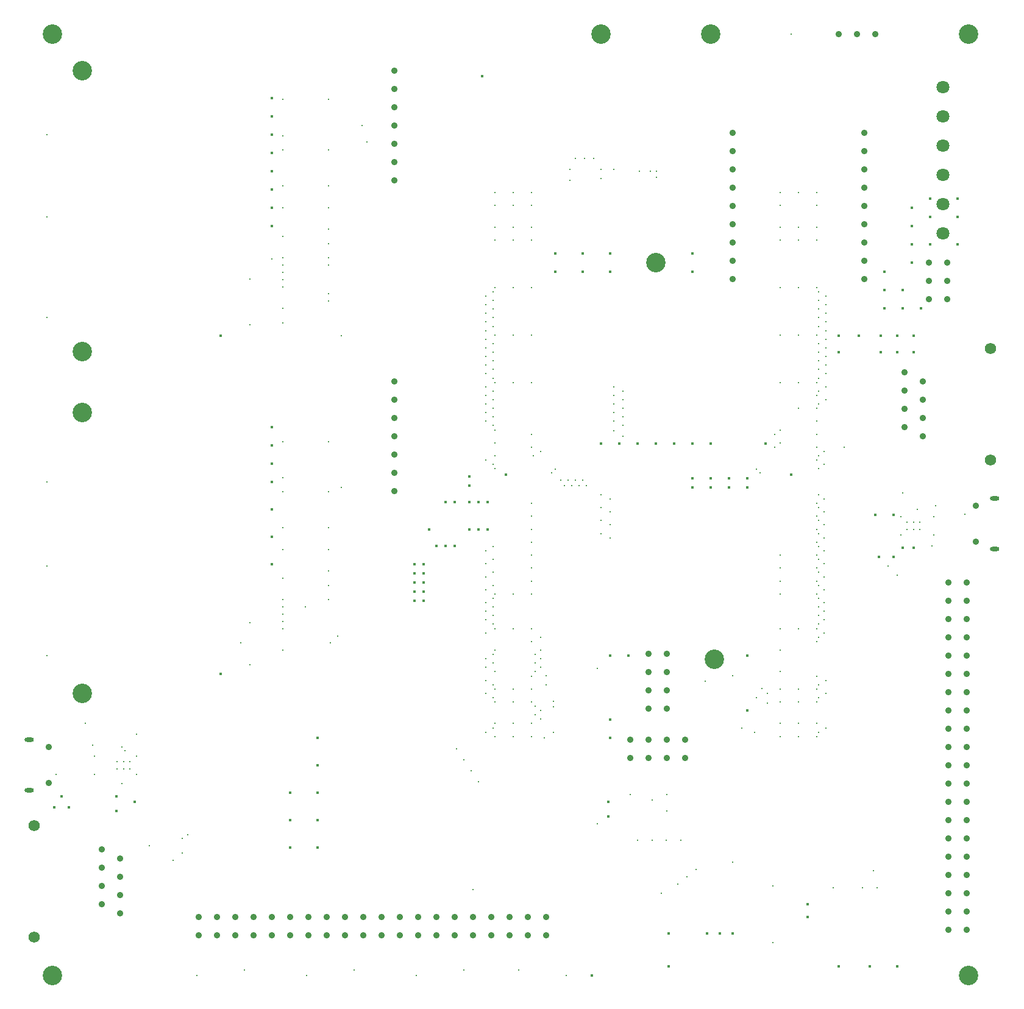
<source format=gbr>
G04 Layer_Color=0*
%FSLAX24Y24*%
%MOIN*%
%TF.FileFunction,Plated,1,4,PTH,Drill*%
%TF.Part,Single*%
G01*
G75*
%TA.AperFunction,OtherDrill,Free Pad (3820mil,1930mil)*%
%ADD146C,0.1063*%
%TA.AperFunction,OtherDrill,Free Pad (5210mil,200mil)*%
%ADD147C,0.1063*%
%TA.AperFunction,OtherDrill,Free Pad (200mil,200mil)*%
%ADD148C,0.1063*%
%TA.AperFunction,OtherDrill,Free Pad (200mil,5350mil)*%
%ADD149C,0.1063*%
%TA.AperFunction,OtherDrill,Free Pad (5210mil,5350mil)*%
%ADD150C,0.1063*%
%TA.AperFunction,OtherDrill,Free Pad (3500mil,4100mil)*%
%ADD151C,0.1063*%
%TA.AperFunction,ComponentDrill*%
%ADD152C,0.0354*%
%ADD153C,0.0620*%
%ADD154C,0.0354*%
%ADD155O,0.0512X0.0236*%
%ADD156C,0.0709*%
%TA.AperFunction,ViaDrill,NotFilled*%
%ADD157C,0.0160*%
%ADD158C,0.0080*%
%ADD159C,0.1063*%
%ADD160C,0.1063*%
D146*
X38200Y19300D02*
D03*
D147*
X52100Y2000D02*
D03*
D148*
X2000D02*
D03*
D149*
Y53500D02*
D03*
D150*
X52100D02*
D03*
D151*
X35000Y41000D02*
D03*
D152*
X39200Y41100D02*
D03*
Y48100D02*
D03*
Y47100D02*
D03*
Y46100D02*
D03*
Y45100D02*
D03*
Y44100D02*
D03*
Y43100D02*
D03*
Y42100D02*
D03*
Y40100D02*
D03*
X20700Y51500D02*
D03*
Y50500D02*
D03*
Y49500D02*
D03*
Y48500D02*
D03*
Y46500D02*
D03*
Y45500D02*
D03*
Y47500D02*
D03*
X51000Y23500D02*
D03*
X52000D02*
D03*
X51000Y22500D02*
D03*
X52000D02*
D03*
X51000Y21500D02*
D03*
X52000D02*
D03*
X51000Y20500D02*
D03*
X52000D02*
D03*
X51000Y19500D02*
D03*
X52000D02*
D03*
X51000Y18500D02*
D03*
X52000D02*
D03*
X51000Y17500D02*
D03*
X52000D02*
D03*
X51000Y16500D02*
D03*
X52000D02*
D03*
X51000Y15500D02*
D03*
X52000D02*
D03*
X51000Y14500D02*
D03*
X52000D02*
D03*
X51000Y13500D02*
D03*
X52000D02*
D03*
X51000Y12500D02*
D03*
X52000D02*
D03*
X51000Y11500D02*
D03*
X52000D02*
D03*
X51000Y10500D02*
D03*
X52000D02*
D03*
X51000Y9500D02*
D03*
X52000D02*
D03*
X51000Y8500D02*
D03*
X52000D02*
D03*
X51000Y7500D02*
D03*
X52000D02*
D03*
X51000Y6500D02*
D03*
X52000D02*
D03*
X51000Y5500D02*
D03*
X52000D02*
D03*
X51000Y4500D02*
D03*
X52000D02*
D03*
X35600Y16600D02*
D03*
X34600D02*
D03*
X35600Y17600D02*
D03*
X34600D02*
D03*
X35600Y18600D02*
D03*
X34600D02*
D03*
X35600Y19600D02*
D03*
X34600D02*
D03*
X4700Y8900D02*
D03*
X5700Y8400D02*
D03*
X4700Y7900D02*
D03*
X5700Y7400D02*
D03*
X4700Y6900D02*
D03*
X5700Y6400D02*
D03*
X4700Y5900D02*
D03*
X5700Y5400D02*
D03*
X48600Y35000D02*
D03*
X49600Y34500D02*
D03*
X48600Y34000D02*
D03*
X49600Y33500D02*
D03*
X48600Y33000D02*
D03*
X49600Y32500D02*
D03*
X48600Y32000D02*
D03*
X49600Y31500D02*
D03*
X20700Y34500D02*
D03*
Y33500D02*
D03*
Y32500D02*
D03*
Y31500D02*
D03*
Y29500D02*
D03*
Y28500D02*
D03*
Y30500D02*
D03*
X46400Y41100D02*
D03*
Y48100D02*
D03*
Y47100D02*
D03*
Y46100D02*
D03*
Y45100D02*
D03*
Y44100D02*
D03*
Y43100D02*
D03*
Y42100D02*
D03*
Y40100D02*
D03*
X1800Y14484D02*
D03*
Y12516D02*
D03*
X52500Y27684D02*
D03*
Y25716D02*
D03*
D153*
X1000Y10200D02*
D03*
Y4100D02*
D03*
X53300Y36300D02*
D03*
Y30200D02*
D03*
D154*
X47000Y53500D02*
D03*
X46000D02*
D03*
X45000D02*
D03*
X29000Y5200D02*
D03*
Y4200D02*
D03*
X28000Y5200D02*
D03*
Y4200D02*
D03*
X27000Y5200D02*
D03*
Y4200D02*
D03*
X26000Y5200D02*
D03*
Y4200D02*
D03*
X25000Y5200D02*
D03*
Y4200D02*
D03*
X24000Y5200D02*
D03*
Y4200D02*
D03*
X23000Y5200D02*
D03*
Y4200D02*
D03*
X22000Y5200D02*
D03*
Y4200D02*
D03*
X21000Y5200D02*
D03*
Y4200D02*
D03*
X20000Y5200D02*
D03*
Y4200D02*
D03*
X19000Y5200D02*
D03*
Y4200D02*
D03*
X18000Y5200D02*
D03*
Y4200D02*
D03*
X17000Y5200D02*
D03*
Y4200D02*
D03*
X16000Y5200D02*
D03*
Y4200D02*
D03*
X15000Y5200D02*
D03*
Y4200D02*
D03*
X14000Y5200D02*
D03*
Y4200D02*
D03*
X13000Y5200D02*
D03*
Y4200D02*
D03*
X12000Y5200D02*
D03*
Y4200D02*
D03*
X11000Y5200D02*
D03*
Y4200D02*
D03*
X10000Y5200D02*
D03*
Y4200D02*
D03*
X36600Y14900D02*
D03*
Y13900D02*
D03*
X35600Y14900D02*
D03*
Y13900D02*
D03*
X34600Y14900D02*
D03*
Y13900D02*
D03*
X33600Y14900D02*
D03*
Y13900D02*
D03*
X49950Y39000D02*
D03*
X50950D02*
D03*
X49950Y40000D02*
D03*
X50950D02*
D03*
X49950Y41000D02*
D03*
X50950D02*
D03*
D155*
X737Y12122D02*
D03*
Y14878D02*
D03*
X53563Y25322D02*
D03*
Y28078D02*
D03*
D156*
X50700Y50600D02*
D03*
Y49000D02*
D03*
Y47400D02*
D03*
Y45800D02*
D03*
Y44200D02*
D03*
Y42600D02*
D03*
D157*
X47000Y27200D02*
D03*
X47200Y24900D02*
D03*
X49100Y36100D02*
D03*
Y37000D02*
D03*
X47300Y36100D02*
D03*
X48200Y37000D02*
D03*
X45000Y36100D02*
D03*
X31500Y2000D02*
D03*
X41000Y31100D02*
D03*
X21800Y24500D02*
D03*
X22300D02*
D03*
X21800Y24000D02*
D03*
X22300D02*
D03*
Y23500D02*
D03*
X21800D02*
D03*
Y23000D02*
D03*
X22300D02*
D03*
X21800Y22500D02*
D03*
X22300D02*
D03*
X24800Y26400D02*
D03*
X25300D02*
D03*
X25800D02*
D03*
X22600D02*
D03*
X23000Y25500D02*
D03*
X23500D02*
D03*
X24000D02*
D03*
X25800Y27900D02*
D03*
X25300D02*
D03*
X24800D02*
D03*
X24000D02*
D03*
X23500D02*
D03*
X24800Y28800D02*
D03*
Y29300D02*
D03*
X40000Y28700D02*
D03*
X39000D02*
D03*
X38000D02*
D03*
Y29200D02*
D03*
X39000D02*
D03*
X40000D02*
D03*
X38000Y31100D02*
D03*
X37000D02*
D03*
X36000D02*
D03*
X35000D02*
D03*
X34000D02*
D03*
X33000D02*
D03*
X32000D02*
D03*
X37000Y29200D02*
D03*
Y28700D02*
D03*
X42400Y29400D02*
D03*
X26800D02*
D03*
X47500Y38500D02*
D03*
X49500D02*
D03*
X48500D02*
D03*
X49000Y42000D02*
D03*
X48500Y39500D02*
D03*
X47500D02*
D03*
Y40500D02*
D03*
X49000Y41000D02*
D03*
Y43000D02*
D03*
Y44000D02*
D03*
X50000Y43500D02*
D03*
X51500D02*
D03*
Y42000D02*
D03*
X50000D02*
D03*
Y44500D02*
D03*
X51500D02*
D03*
X46100Y37000D02*
D03*
X47300D02*
D03*
X45000D02*
D03*
X48200Y36100D02*
D03*
X48000Y27200D02*
D03*
Y24900D02*
D03*
X49100Y25400D02*
D03*
X48500D02*
D03*
X11200Y18500D02*
D03*
Y37000D02*
D03*
X25500Y51200D02*
D03*
X37800Y4300D02*
D03*
X38500D02*
D03*
X39200D02*
D03*
X43300Y5900D02*
D03*
Y5200D02*
D03*
X45000Y2500D02*
D03*
X46700D02*
D03*
X48200D02*
D03*
X14000Y24500D02*
D03*
Y26000D02*
D03*
Y27500D02*
D03*
Y29000D02*
D03*
Y30000D02*
D03*
Y31000D02*
D03*
Y32000D02*
D03*
Y43000D02*
D03*
Y44000D02*
D03*
Y45000D02*
D03*
Y46000D02*
D03*
Y47000D02*
D03*
Y48000D02*
D03*
Y49000D02*
D03*
Y50000D02*
D03*
X35700Y2500D02*
D03*
Y4300D02*
D03*
X16500Y15000D02*
D03*
Y13500D02*
D03*
Y12000D02*
D03*
Y10500D02*
D03*
Y9000D02*
D03*
X15000Y12000D02*
D03*
Y10500D02*
D03*
Y9000D02*
D03*
X32500Y19500D02*
D03*
X33500D02*
D03*
X40000D02*
D03*
Y16500D02*
D03*
X29500Y41500D02*
D03*
Y40500D02*
D03*
X31000Y41500D02*
D03*
Y40500D02*
D03*
X32500Y41500D02*
D03*
Y40500D02*
D03*
X37000Y41500D02*
D03*
Y40500D02*
D03*
X32500Y16000D02*
D03*
Y15000D02*
D03*
X32400Y11500D02*
D03*
Y10700D02*
D03*
X2500Y11800D02*
D03*
X2900Y11200D02*
D03*
X2100D02*
D03*
X5500Y11800D02*
D03*
Y11000D02*
D03*
X6500Y11500D02*
D03*
D158*
X6600Y15200D02*
D03*
X14600Y40062D02*
D03*
X18953Y48500D02*
D03*
X42400Y53500D02*
D03*
X42800Y33016D02*
D03*
X43800Y27819D02*
D03*
Y27110D02*
D03*
Y26402D02*
D03*
Y25693D02*
D03*
Y24984D02*
D03*
Y24276D02*
D03*
Y23567D02*
D03*
Y22858D02*
D03*
X41800Y22858D02*
D03*
X41500Y31600D02*
D03*
Y30890D02*
D03*
X41800Y31126D02*
D03*
Y31835D02*
D03*
X43800Y30181D02*
D03*
Y30890D02*
D03*
Y31598D02*
D03*
Y32307D02*
D03*
Y33016D02*
D03*
Y33724D02*
D03*
X24100Y14400D02*
D03*
X24500Y13800D02*
D03*
X24900Y13200D02*
D03*
X25300Y12600D02*
D03*
X31800Y10300D02*
D03*
Y18800D02*
D03*
X36700Y7400D02*
D03*
X37200Y7800D02*
D03*
X39200Y8200D02*
D03*
X14000Y41200D02*
D03*
X28700Y16008D02*
D03*
X28400Y16244D02*
D03*
X28700Y16480D02*
D03*
X28400Y16717D02*
D03*
X2200Y12988D02*
D03*
X5811Y14500D02*
D03*
X5989Y14300D02*
D03*
X5811Y12500D02*
D03*
X4300Y13000D02*
D03*
Y14000D02*
D03*
X4200Y14600D02*
D03*
X3800Y15800D02*
D03*
X43900Y20496D02*
D03*
X28700D02*
D03*
X44200Y20732D02*
D03*
X43900Y21205D02*
D03*
X44200Y21441D02*
D03*
X43900Y21677D02*
D03*
X44200Y21913D02*
D03*
X43900Y22150D02*
D03*
X44200Y22386D02*
D03*
X43900Y22622D02*
D03*
X44200Y23094D02*
D03*
X43900Y23331D02*
D03*
X44200Y23803D02*
D03*
X43900Y24039D02*
D03*
X44200Y24512D02*
D03*
X43900Y24748D02*
D03*
X44200Y25220D02*
D03*
X43900Y25457D02*
D03*
X25700Y20732D02*
D03*
X26100Y21205D02*
D03*
X25700Y21441D02*
D03*
X26100Y21677D02*
D03*
X25700Y21913D02*
D03*
X26100Y22150D02*
D03*
X25700Y22386D02*
D03*
X26100Y22622D02*
D03*
X25700Y23094D02*
D03*
X26100Y23331D02*
D03*
X25700Y23803D02*
D03*
X26100Y24039D02*
D03*
X25700Y24512D02*
D03*
X26100Y24748D02*
D03*
X25700Y25220D02*
D03*
X26100Y25457D02*
D03*
X44200Y25929D02*
D03*
X43900Y26165D02*
D03*
X44200Y26638D02*
D03*
X43900Y26874D02*
D03*
X44200Y27346D02*
D03*
X43900Y27583D02*
D03*
X44200Y28055D02*
D03*
X40700Y29500D02*
D03*
X29300D02*
D03*
X43900Y28291D02*
D03*
Y34669D02*
D03*
X43800Y34433D02*
D03*
X43900Y33961D02*
D03*
X44300Y34197D02*
D03*
X33200Y31500D02*
D03*
X40500Y29700D02*
D03*
X29500D02*
D03*
X43900Y29709D02*
D03*
X44200Y29945D02*
D03*
X43800Y44827D02*
D03*
X42800D02*
D03*
X41800D02*
D03*
X43800Y44118D02*
D03*
X41800D02*
D03*
X43800Y42937D02*
D03*
X41800D02*
D03*
X42800D02*
D03*
X41800Y42228D02*
D03*
X42800D02*
D03*
X43800D02*
D03*
Y39630D02*
D03*
X42800D02*
D03*
X41800D02*
D03*
X26200Y44827D02*
D03*
X28200D02*
D03*
X27200D02*
D03*
X28200Y44118D02*
D03*
X27200D02*
D03*
X26200D02*
D03*
X28200Y42937D02*
D03*
X27200D02*
D03*
X26200D02*
D03*
Y42228D02*
D03*
X27200D02*
D03*
X28200D02*
D03*
X27200Y39630D02*
D03*
X28200D02*
D03*
X41800Y37032D02*
D03*
X42800D02*
D03*
X43800D02*
D03*
X44300Y36795D02*
D03*
X43900Y36559D02*
D03*
X44300Y36323D02*
D03*
X43900Y36087D02*
D03*
X44300Y35850D02*
D03*
X43900Y35614D02*
D03*
X44300Y35378D02*
D03*
X43900Y35142D02*
D03*
X44300Y34906D02*
D03*
X42800Y34433D02*
D03*
X41800D02*
D03*
X28200D02*
D03*
X27200D02*
D03*
X26200D02*
D03*
X26100Y34669D02*
D03*
X25700Y34906D02*
D03*
X26100Y35142D02*
D03*
X25700Y35378D02*
D03*
X26100Y35614D02*
D03*
X25700Y35850D02*
D03*
X26100Y36087D02*
D03*
X25700Y36323D02*
D03*
X26100Y36559D02*
D03*
X25700Y36795D02*
D03*
Y37268D02*
D03*
X26100Y37504D02*
D03*
X25700Y37740D02*
D03*
X26100Y37976D02*
D03*
X25700Y38213D02*
D03*
X26100Y38449D02*
D03*
X44300Y37268D02*
D03*
X43900Y37504D02*
D03*
X44300Y37740D02*
D03*
X43900Y37976D02*
D03*
X44300Y38213D02*
D03*
X43900Y38449D02*
D03*
X28200Y37032D02*
D03*
X27200D02*
D03*
X26200D02*
D03*
X44300Y38685D02*
D03*
X43900Y38921D02*
D03*
X44300Y39157D02*
D03*
X43900Y39394D02*
D03*
X25700Y38685D02*
D03*
X26100Y38921D02*
D03*
X25700Y39157D02*
D03*
X26100Y39394D02*
D03*
X26200Y39630D02*
D03*
X43800Y18370D02*
D03*
X41800Y18606D02*
D03*
Y19787D02*
D03*
X43800Y20260D02*
D03*
X42800Y20969D02*
D03*
X43800D02*
D03*
X41800D02*
D03*
X47100Y6800D02*
D03*
X46300D02*
D03*
X44700D02*
D03*
X40500Y17189D02*
D03*
X40800Y17700D02*
D03*
X43800Y15063D02*
D03*
X41800D02*
D03*
X42800D02*
D03*
Y15772D02*
D03*
X43800D02*
D03*
X41800D02*
D03*
X43800Y17661D02*
D03*
X42800D02*
D03*
X41800D02*
D03*
X42800Y16953D02*
D03*
X41800D02*
D03*
X43800D02*
D03*
X41400Y3800D02*
D03*
Y6900D02*
D03*
X28400Y19551D02*
D03*
X36381Y9400D02*
D03*
X35594D02*
D03*
X34806D02*
D03*
X34019D02*
D03*
X36200Y7000D02*
D03*
X35300Y6500D02*
D03*
X28700Y19787D02*
D03*
Y19315D02*
D03*
X28400Y19079D02*
D03*
X28700Y18843D02*
D03*
X28400Y18606D02*
D03*
X29400Y17000D02*
D03*
Y16700D02*
D03*
Y15300D02*
D03*
X28900Y15000D02*
D03*
X28200Y27819D02*
D03*
Y27110D02*
D03*
X28198Y26402D02*
D03*
X28200Y25693D02*
D03*
Y24984D02*
D03*
Y24276D02*
D03*
Y23567D02*
D03*
X26200Y22858D02*
D03*
X28200Y22858D02*
D03*
X27200Y22858D02*
D03*
X26200Y20969D02*
D03*
X27200D02*
D03*
X28200D02*
D03*
Y20260D02*
D03*
X26200Y19787D02*
D03*
Y18606D02*
D03*
X28200Y18370D02*
D03*
X26200Y17661D02*
D03*
X28200D02*
D03*
X27200D02*
D03*
X26200Y16953D02*
D03*
X28200D02*
D03*
X27200D02*
D03*
X28200Y15063D02*
D03*
X26200D02*
D03*
X27200D02*
D03*
X28200Y15772D02*
D03*
X27200D02*
D03*
X26200D02*
D03*
X39700Y15535D02*
D03*
X40400Y15300D02*
D03*
X44300Y15535D02*
D03*
X43900Y15299D02*
D03*
X25700Y15299D02*
D03*
X33600Y11900D02*
D03*
X35600D02*
D03*
X34800Y11600D02*
D03*
X26100Y15535D02*
D03*
X35600Y11000D02*
D03*
X39200Y18400D02*
D03*
X37700Y18100D02*
D03*
X43900Y17898D02*
D03*
X44300Y18134D02*
D03*
X29000Y17900D02*
D03*
Y18400D02*
D03*
X25700Y18134D02*
D03*
X26100Y17898D02*
D03*
Y17189D02*
D03*
X25700Y17425D02*
D03*
X43900Y17189D02*
D03*
X44300Y17425D02*
D03*
X41100Y16900D02*
D03*
Y17425D02*
D03*
X30300Y46100D02*
D03*
Y45500D02*
D03*
X32000Y45600D02*
D03*
Y46100D02*
D03*
X32700D02*
D03*
X34700Y46000D02*
D03*
X35050Y45650D02*
D03*
Y46000D02*
D03*
X30600Y46700D02*
D03*
X31100D02*
D03*
X31600D02*
D03*
X26200Y30417D02*
D03*
Y31126D02*
D03*
Y31835D02*
D03*
X26100Y33961D02*
D03*
X25700Y33724D02*
D03*
X26100Y33488D02*
D03*
X25700Y33252D02*
D03*
X26100Y33016D02*
D03*
X25700Y32780D02*
D03*
X26100Y32543D02*
D03*
X25700Y32307D02*
D03*
X26100Y32071D02*
D03*
X32700Y34197D02*
D03*
X33200Y33961D02*
D03*
X32700Y33724D02*
D03*
Y33252D02*
D03*
Y32780D02*
D03*
X33200Y32543D02*
D03*
Y33016D02*
D03*
Y33488D02*
D03*
X32700Y32307D02*
D03*
X33200Y32071D02*
D03*
X25700Y30181D02*
D03*
X26100Y29945D02*
D03*
X32700Y31800D02*
D03*
X28300Y30417D02*
D03*
X28700Y30654D02*
D03*
X43900Y30417D02*
D03*
X44200Y30654D02*
D03*
X14600Y49905D02*
D03*
X17100D02*
D03*
X14600Y37700D02*
D03*
Y38487D02*
D03*
X17100Y38881D02*
D03*
Y39275D02*
D03*
X14600Y39669D02*
D03*
Y40850D02*
D03*
X17100D02*
D03*
Y42031D02*
D03*
X14600Y42424D02*
D03*
X17100Y42818D02*
D03*
Y43999D02*
D03*
X14600Y44000D02*
D03*
Y45180D02*
D03*
X17100D02*
D03*
X14600Y47149D02*
D03*
X17100D02*
D03*
X14600Y47936D02*
D03*
X19200Y47600D02*
D03*
X14600Y41243D02*
D03*
Y40456D02*
D03*
X12800Y40100D02*
D03*
X29800Y29100D02*
D03*
X30000Y28800D02*
D03*
X30200Y29100D02*
D03*
X30400Y28800D02*
D03*
X30600Y29100D02*
D03*
X30800Y28800D02*
D03*
X14600Y31200D02*
D03*
X17100D02*
D03*
X14600Y29232D02*
D03*
Y28444D02*
D03*
X17100D02*
D03*
X14600Y26476D02*
D03*
X17100D02*
D03*
X14600Y25294D02*
D03*
X17100D02*
D03*
Y24113D02*
D03*
X14600Y23720D02*
D03*
X17100Y23326D02*
D03*
X14600Y22145D02*
D03*
Y22539D02*
D03*
Y20964D02*
D03*
Y21751D02*
D03*
Y21357D02*
D03*
X17800Y37000D02*
D03*
Y28700D02*
D03*
X17100Y41243D02*
D03*
X1700Y48000D02*
D03*
Y43500D02*
D03*
Y38000D02*
D03*
Y29000D02*
D03*
Y19500D02*
D03*
X17100Y22539D02*
D03*
X12800Y21300D02*
D03*
Y19000D02*
D03*
X25700Y34197D02*
D03*
X8600Y8300D02*
D03*
X9100Y8700D02*
D03*
Y9500D02*
D03*
X12300Y20200D02*
D03*
X15850Y22145D02*
D03*
X9400Y9700D02*
D03*
X26100Y19551D02*
D03*
X25700Y19315D02*
D03*
X26100Y19079D02*
D03*
X25700Y18843D02*
D03*
X27500Y2300D02*
D03*
X30100Y2000D02*
D03*
X24500Y2300D02*
D03*
X21900Y2000D02*
D03*
X18500Y2300D02*
D03*
X15900Y2000D02*
D03*
X12500Y2300D02*
D03*
X9900Y2000D02*
D03*
X32000Y28291D02*
D03*
X32500Y28055D02*
D03*
X32000Y27583D02*
D03*
X32500Y27346D02*
D03*
X32000Y26874D02*
D03*
X32500Y26638D02*
D03*
X32000Y26165D02*
D03*
X32500Y25929D02*
D03*
X41800Y24984D02*
D03*
Y23567D02*
D03*
Y24276D02*
D03*
X28200Y31600D02*
D03*
Y30890D02*
D03*
X26200Y29709D02*
D03*
X51900Y27212D02*
D03*
X50300Y27700D02*
D03*
X50200Y27100D02*
D03*
Y26100D02*
D03*
X48500Y28400D02*
D03*
X45300Y30900D02*
D03*
X49300Y27500D02*
D03*
X43900Y33252D02*
D03*
X44300Y33488D02*
D03*
X14600Y19783D02*
D03*
X31200Y28800D02*
D03*
X31000Y29100D02*
D03*
X7300Y9100D02*
D03*
X17200Y20176D02*
D03*
X17600Y20570D02*
D03*
X48200Y23900D02*
D03*
X47700Y24400D02*
D03*
X50100Y25500D02*
D03*
X12800Y37600D02*
D03*
X1700Y24400D02*
D03*
X34100Y45974D02*
D03*
X25000Y6700D02*
D03*
X46900Y7725D02*
D03*
X6600Y14000D02*
D03*
Y13000D02*
D03*
X48400Y27100D02*
D03*
Y26100D02*
D03*
X49100Y26797D02*
D03*
X49454D02*
D03*
Y26403D02*
D03*
X49100D02*
D03*
X48746Y26797D02*
D03*
Y26403D02*
D03*
X6254Y13697D02*
D03*
Y13303D02*
D03*
X5900Y13697D02*
D03*
X5546D02*
D03*
Y13303D02*
D03*
X5900D02*
D03*
D159*
X32000Y53500D02*
D03*
X38000D02*
D03*
D160*
X3645Y17420D02*
D03*
Y32775D02*
D03*
Y51480D02*
D03*
Y36125D02*
D03*
%TF.MD5,8630c72981c6f8867f3acc62124abb3b*%
M02*

</source>
